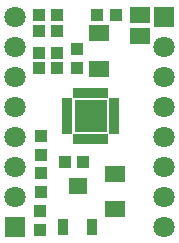
<source format=gts>
%FSLAX44Y44*%
%MOMM*%
G71*
G01*
G75*
G04 Layer_Color=8388736*
%ADD10C,0.2800*%
%ADD11C,1.0000*%
%ADD12C,0.5000*%
%ADD13C,0.3000*%
%ADD14R,0.3000X0.7500*%
%ADD15R,0.7500X0.3000*%
%ADD16R,0.9000X0.8000*%
%ADD17R,0.8000X0.9000*%
%ADD18R,1.4700X1.1600*%
%ADD19R,1.5500X1.1600*%
G04:AMPARAMS|DCode=20|XSize=1.4001mm|YSize=1.1999mm|CornerRadius=0.12mm|HoleSize=0mm|Usage=FLASHONLY|Rotation=0.000|XOffset=0mm|YOffset=0mm|HoleType=Round|Shape=RoundedRectangle|*
%AMROUNDEDRECTD20*
21,1,1.4001,0.9599,0,0,0.0*
21,1,1.1601,1.1999,0,0,0.0*
1,1,0.2400,0.5800,-0.4800*
1,1,0.2400,-0.5800,-0.4800*
1,1,0.2400,-0.5800,0.4800*
1,1,0.2400,0.5800,0.4800*
%
%ADD20ROUNDEDRECTD20*%
G04:AMPARAMS|DCode=21|XSize=0.7mm|YSize=1.1999mm|CornerRadius=0.07mm|HoleSize=0mm|Usage=FLASHONLY|Rotation=0.000|XOffset=0mm|YOffset=0mm|HoleType=Round|Shape=RoundedRectangle|*
%AMROUNDEDRECTD21*
21,1,0.7000,1.0599,0,0,0.0*
21,1,0.5600,1.1999,0,0,0.0*
1,1,0.1400,0.2800,-0.5300*
1,1,0.1400,-0.2800,-0.5300*
1,1,0.1400,-0.2800,0.5300*
1,1,0.1400,0.2800,0.5300*
%
%ADD21ROUNDEDRECTD21*%
%ADD22R,2.5000X2.5000*%
%ADD23R,1.6000X1.6000*%
%ADD24C,1.6000*%
%ADD25C,0.6000*%
%ADD26C,0.5000*%
%ADD27C,0.6000*%
%ADD28C,2.0160*%
%ADD29C,1.3160*%
%ADD30C,0.2000*%
%ADD31C,0.1270*%
%ADD32R,0.7700X0.7700*%
%ADD33R,0.7700X0.7700*%
%ADD34R,0.7800X0.7700*%
%ADD35R,0.7700X0.7700*%
%ADD36R,0.5032X0.9532*%
%ADD37R,0.9532X0.5032*%
%ADD38R,1.1032X1.0032*%
%ADD39R,1.0032X1.1032*%
%ADD40R,1.6732X1.3632*%
%ADD41R,1.7532X1.3632*%
G04:AMPARAMS|DCode=42|XSize=1.6033mm|YSize=1.4031mm|CornerRadius=0.1403mm|HoleSize=0mm|Usage=FLASHONLY|Rotation=0.000|XOffset=0mm|YOffset=0mm|HoleType=Round|Shape=RoundedRectangle|*
%AMROUNDEDRECTD42*
21,1,1.6033,1.1225,0,0,0.0*
21,1,1.3226,1.4031,0,0,0.0*
1,1,0.2806,0.6613,-0.5612*
1,1,0.2806,-0.6613,-0.5612*
1,1,0.2806,-0.6613,0.5612*
1,1,0.2806,0.6613,0.5612*
%
%ADD42ROUNDEDRECTD42*%
G04:AMPARAMS|DCode=43|XSize=0.9032mm|YSize=1.4031mm|CornerRadius=0.0903mm|HoleSize=0mm|Usage=FLASHONLY|Rotation=0.000|XOffset=0mm|YOffset=0mm|HoleType=Round|Shape=RoundedRectangle|*
%AMROUNDEDRECTD43*
21,1,0.9032,1.2225,0,0,0.0*
21,1,0.7226,1.4031,0,0,0.0*
1,1,0.1806,0.3613,-0.6112*
1,1,0.1806,-0.3613,-0.6112*
1,1,0.1806,-0.3613,0.6112*
1,1,0.1806,0.3613,0.6112*
%
%ADD43ROUNDEDRECTD43*%
%ADD44R,2.7032X2.7032*%
%ADD45R,1.8032X1.8032*%
%ADD46C,1.8032*%
D36*
X64500Y86500D02*
D03*
X69500D02*
D03*
X74500D02*
D03*
X79500D02*
D03*
X84500D02*
D03*
X89500D02*
D03*
Y125500D02*
D03*
X84500D02*
D03*
X79500D02*
D03*
X74500D02*
D03*
X69500D02*
D03*
X64500D02*
D03*
D37*
X96500Y93500D02*
D03*
Y98500D02*
D03*
Y103500D02*
D03*
Y108500D02*
D03*
Y113500D02*
D03*
Y118500D02*
D03*
X57500D02*
D03*
Y113500D02*
D03*
Y108500D02*
D03*
Y103500D02*
D03*
Y98500D02*
D03*
Y93500D02*
D03*
D38*
X65500Y147000D02*
D03*
Y163000D02*
D03*
X35064Y41500D02*
D03*
X34936Y57500D02*
D03*
Y89000D02*
D03*
X35064Y73000D02*
D03*
X34564Y10000D02*
D03*
X34437Y26000D02*
D03*
D39*
X98500Y192000D02*
D03*
X82500D02*
D03*
X71000Y67000D02*
D03*
X55000D02*
D03*
X33000Y146937D02*
D03*
X49000Y147064D02*
D03*
Y159564D02*
D03*
X33000Y159437D02*
D03*
Y178000D02*
D03*
X49000D02*
D03*
X33000Y191437D02*
D03*
X49000Y191563D02*
D03*
D40*
X118500Y173600D02*
D03*
Y191400D02*
D03*
D41*
X84500Y146009D02*
D03*
Y175991D02*
D03*
X98000Y27009D02*
D03*
Y56992D02*
D03*
D42*
X66000Y46500D02*
D03*
D43*
X77999Y12500D02*
D03*
X54001D02*
D03*
D44*
X77000Y106000D02*
D03*
D45*
X139500Y190300D02*
D03*
X13000Y12500D02*
D03*
D46*
X139500Y164900D02*
D03*
Y139500D02*
D03*
Y114100D02*
D03*
Y88700D02*
D03*
Y63300D02*
D03*
Y37900D02*
D03*
Y12500D02*
D03*
X13000Y37900D02*
D03*
Y63300D02*
D03*
Y88700D02*
D03*
Y114100D02*
D03*
Y139500D02*
D03*
Y164900D02*
D03*
Y190300D02*
D03*
M02*

</source>
